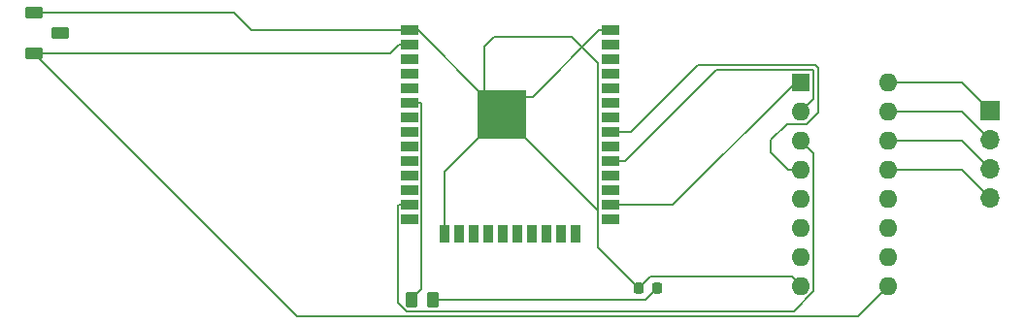
<source format=gbr>
%TF.GenerationSoftware,KiCad,Pcbnew,8.0.8*%
%TF.CreationDate,2025-02-10T17:27:11-08:00*%
%TF.ProjectId,display_pcb,64697370-6c61-4795-9f70-63622e6b6963,rev?*%
%TF.SameCoordinates,Original*%
%TF.FileFunction,Copper,L1,Top*%
%TF.FilePolarity,Positive*%
%FSLAX46Y46*%
G04 Gerber Fmt 4.6, Leading zero omitted, Abs format (unit mm)*
G04 Created by KiCad (PCBNEW 8.0.8) date 2025-02-10 17:27:11*
%MOMM*%
%LPD*%
G01*
G04 APERTURE LIST*
G04 Aperture macros list*
%AMRoundRect*
0 Rectangle with rounded corners*
0 $1 Rounding radius*
0 $2 $3 $4 $5 $6 $7 $8 $9 X,Y pos of 4 corners*
0 Add a 4 corners polygon primitive as box body*
4,1,4,$2,$3,$4,$5,$6,$7,$8,$9,$2,$3,0*
0 Add four circle primitives for the rounded corners*
1,1,$1+$1,$2,$3*
1,1,$1+$1,$4,$5*
1,1,$1+$1,$6,$7*
1,1,$1+$1,$8,$9*
0 Add four rect primitives between the rounded corners*
20,1,$1+$1,$2,$3,$4,$5,0*
20,1,$1+$1,$4,$5,$6,$7,0*
20,1,$1+$1,$6,$7,$8,$9,0*
20,1,$1+$1,$8,$9,$2,$3,0*%
G04 Aperture macros list end*
%TA.AperFunction,ComponentPad*%
%ADD10R,1.600000X1.600000*%
%TD*%
%TA.AperFunction,ComponentPad*%
%ADD11O,1.600000X1.600000*%
%TD*%
%TA.AperFunction,ComponentPad*%
%ADD12O,1.700000X1.700000*%
%TD*%
%TA.AperFunction,ComponentPad*%
%ADD13R,1.700000X1.700000*%
%TD*%
%TA.AperFunction,SMDPad,CuDef*%
%ADD14RoundRect,0.250000X-0.550000X0.250000X-0.550000X-0.250000X0.550000X-0.250000X0.550000X0.250000X0*%
%TD*%
%TA.AperFunction,SMDPad,CuDef*%
%ADD15RoundRect,0.250000X-0.262500X-0.450000X0.262500X-0.450000X0.262500X0.450000X-0.262500X0.450000X0*%
%TD*%
%TA.AperFunction,SMDPad,CuDef*%
%ADD16RoundRect,0.218750X-0.218750X-0.256250X0.218750X-0.256250X0.218750X0.256250X-0.218750X0.256250X0*%
%TD*%
%TA.AperFunction,SMDPad,CuDef*%
%ADD17R,1.500000X0.900000*%
%TD*%
%TA.AperFunction,SMDPad,CuDef*%
%ADD18R,0.900000X1.500000*%
%TD*%
%TA.AperFunction,SMDPad,CuDef*%
%ADD19R,1.050000X1.050000*%
%TD*%
%TA.AperFunction,HeatsinkPad*%
%ADD20C,0.600000*%
%TD*%
%TA.AperFunction,HeatsinkPad*%
%ADD21R,4.200000X4.200000*%
%TD*%
%TA.AperFunction,Conductor*%
%ADD22C,0.200000*%
%TD*%
G04 APERTURE END LIST*
D10*
%TO.P,U2,1,I1*%
%TO.N,Net-(U1-IO4)*%
X151587500Y-123500000D03*
D11*
%TO.P,U2,2,I2*%
%TO.N,Net-(U1-IO5)*%
X151587500Y-126040000D03*
%TO.P,U2,3,I3*%
%TO.N,Net-(U1-IO14)*%
X151587500Y-128580000D03*
%TO.P,U2,4,I4*%
%TO.N,Net-(U1-IO19)*%
X151587500Y-131120000D03*
%TO.P,U2,5,I5*%
%TO.N,unconnected-(U2-I5-Pad5)*%
X151587500Y-133660000D03*
%TO.P,U2,6,I6*%
%TO.N,unconnected-(U2-I6-Pad6)*%
X151587500Y-136200000D03*
%TO.P,U2,7,I7*%
%TO.N,unconnected-(U2-I7-Pad7)*%
X151587500Y-138740000D03*
%TO.P,U2,8,GND*%
%TO.N,Net-(D1-K)*%
X151587500Y-141280000D03*
%TO.P,U2,9,COM*%
%TO.N,Net-(SW1-A)*%
X159207500Y-141280000D03*
%TO.P,U2,10,O7*%
%TO.N,unconnected-(U2-O7-Pad10)*%
X159207500Y-138740000D03*
%TO.P,U2,11,O6*%
%TO.N,unconnected-(U2-O6-Pad11)*%
X159207500Y-136200000D03*
%TO.P,U2,12,O5*%
%TO.N,unconnected-(U2-O5-Pad12)*%
X159207500Y-133660000D03*
%TO.P,U2,13,O4*%
%TO.N,Net-(U2-O4)*%
X159207500Y-131120000D03*
%TO.P,U2,14,O3*%
%TO.N,Net-(U2-O3)*%
X159207500Y-128580000D03*
%TO.P,U2,15,O2*%
%TO.N,Net-(M1--)*%
X159207500Y-126040000D03*
%TO.P,U2,16,O1*%
%TO.N,Net-(U2-O1)*%
X159207500Y-123500000D03*
%TD*%
D12*
%TO.P,M1,4*%
%TO.N,Net-(U2-O4)*%
X168087500Y-133620000D03*
%TO.P,M1,3*%
%TO.N,Net-(U2-O3)*%
X168087500Y-131080000D03*
%TO.P,M1,2,-*%
%TO.N,Net-(M1--)*%
X168087500Y-128540000D03*
D13*
%TO.P,M1,1*%
%TO.N,Net-(U2-O1)*%
X168087500Y-126000000D03*
%TD*%
D14*
%TO.P,SW1,3,A*%
%TO.N,Net-(SW1-A)*%
X84630000Y-120950000D03*
%TO.P,SW1,2,B*%
%TO.N,+5V*%
X86930000Y-119200000D03*
%TO.P,SW1,1,C*%
%TO.N,Net-(D1-K)*%
X84630000Y-117450000D03*
%TD*%
D15*
%TO.P,R1,1*%
%TO.N,Net-(U1-IO34)*%
X117605000Y-142450000D03*
%TO.P,R1,2*%
%TO.N,Net-(D1-A)*%
X119430000Y-142450000D03*
%TD*%
D16*
%TO.P,D1,1,K*%
%TO.N,Net-(D1-K)*%
X137430000Y-141450000D03*
%TO.P,D1,2,A*%
%TO.N,Net-(D1-A)*%
X139005000Y-141450000D03*
%TD*%
D17*
%TO.P,U1,1,GND*%
%TO.N,Net-(D1-K)*%
X117430000Y-118950000D03*
%TO.P,U1,2,VDD*%
%TO.N,Net-(SW1-A)*%
X117430000Y-120220000D03*
%TO.P,U1,3,EN*%
%TO.N,unconnected-(U1-EN-Pad3)*%
X117430000Y-121490000D03*
%TO.P,U1,4,SENSOR_VP*%
%TO.N,unconnected-(U1-SENSOR_VP-Pad4)*%
X117430000Y-122760000D03*
%TO.P,U1,5,SENSOR_VN*%
%TO.N,unconnected-(U1-SENSOR_VN-Pad5)*%
X117430000Y-124030000D03*
%TO.P,U1,6,IO34*%
%TO.N,Net-(U1-IO34)*%
X117430000Y-125300000D03*
%TO.P,U1,7,IO35*%
%TO.N,unconnected-(U1-IO35-Pad7)*%
X117430000Y-126570000D03*
%TO.P,U1,8,IO32*%
%TO.N,unconnected-(U1-IO32-Pad8)*%
X117430000Y-127840000D03*
%TO.P,U1,9,IO33*%
%TO.N,unconnected-(U1-IO33-Pad9)*%
X117430000Y-129110000D03*
%TO.P,U1,10,IO25*%
%TO.N,unconnected-(U1-IO25-Pad10)*%
X117430000Y-130380000D03*
%TO.P,U1,11,IO26*%
%TO.N,unconnected-(U1-IO26-Pad11)*%
X117430000Y-131650000D03*
%TO.P,U1,12,IO27*%
%TO.N,unconnected-(U1-IO27-Pad12)*%
X117430000Y-132920000D03*
%TO.P,U1,13,IO14*%
%TO.N,Net-(U1-IO14)*%
X117430000Y-134190000D03*
%TO.P,U1,14,IO12*%
%TO.N,unconnected-(U1-IO12-Pad14)*%
X117430000Y-135460000D03*
D18*
%TO.P,U1,15,GND*%
%TO.N,Net-(D1-K)*%
X120470000Y-136710000D03*
%TO.P,U1,16,IO13*%
%TO.N,unconnected-(U1-IO13-Pad16)*%
X121740000Y-136710000D03*
%TO.P,U1,17,SHD/SD2*%
%TO.N,unconnected-(U1-SHD{slash}SD2-Pad17)*%
X123010000Y-136710000D03*
%TO.P,U1,18,SWP/SD3*%
%TO.N,unconnected-(U1-SWP{slash}SD3-Pad18)*%
X124280000Y-136710000D03*
%TO.P,U1,19,SCS/CMD*%
%TO.N,unconnected-(U1-SCS{slash}CMD-Pad19)*%
X125550000Y-136710000D03*
%TO.P,U1,20,SCK/CLK*%
%TO.N,unconnected-(U1-SCK{slash}CLK-Pad20)*%
X126820000Y-136710000D03*
%TO.P,U1,21,SDO/SD0*%
%TO.N,unconnected-(U1-SDO{slash}SD0-Pad21)*%
X128090000Y-136710000D03*
%TO.P,U1,22,SDI/SD1*%
%TO.N,unconnected-(U1-SDI{slash}SD1-Pad22)*%
X129360000Y-136710000D03*
%TO.P,U1,23,IO15*%
%TO.N,unconnected-(U1-IO15-Pad23)*%
X130630000Y-136710000D03*
%TO.P,U1,24,IO2*%
%TO.N,unconnected-(U1-IO2-Pad24)*%
X131900000Y-136710000D03*
D17*
%TO.P,U1,25,IO0*%
%TO.N,unconnected-(U1-IO0-Pad25)*%
X134930000Y-135460000D03*
%TO.P,U1,26,IO4*%
%TO.N,Net-(U1-IO4)*%
X134930000Y-134190000D03*
%TO.P,U1,27,IO16*%
%TO.N,unconnected-(U1-IO16-Pad27)*%
X134930000Y-132920000D03*
%TO.P,U1,28,IO17*%
%TO.N,unconnected-(U1-IO17-Pad28)*%
X134930000Y-131650000D03*
%TO.P,U1,29,IO5*%
%TO.N,Net-(U1-IO5)*%
X134930000Y-130380000D03*
%TO.P,U1,30,IO18*%
%TO.N,unconnected-(U1-IO18-Pad30)*%
X134930000Y-129110000D03*
%TO.P,U1,31,IO19*%
%TO.N,Net-(U1-IO19)*%
X134930000Y-127840000D03*
%TO.P,U1,32,NC*%
%TO.N,unconnected-(U1-NC-Pad32)*%
X134930000Y-126570000D03*
%TO.P,U1,33,IO21*%
%TO.N,unconnected-(U1-IO21-Pad33)*%
X134930000Y-125300000D03*
%TO.P,U1,34,RXD0/IO3*%
%TO.N,unconnected-(U1-RXD0{slash}IO3-Pad34)*%
X134930000Y-124030000D03*
%TO.P,U1,35,TXD0/IO1*%
%TO.N,unconnected-(U1-TXD0{slash}IO1-Pad35)*%
X134930000Y-122760000D03*
%TO.P,U1,36,IO22*%
%TO.N,unconnected-(U1-IO22-Pad36)*%
X134930000Y-121490000D03*
%TO.P,U1,37,IO23*%
%TO.N,unconnected-(U1-IO23-Pad37)*%
X134930000Y-120220000D03*
%TO.P,U1,38,GND*%
%TO.N,Net-(D1-K)*%
X134930000Y-118950000D03*
D19*
%TO.P,U1,39,GND*%
X123975000Y-124765000D03*
D20*
X123975000Y-125527500D03*
D19*
X123975000Y-126290000D03*
D20*
X123975000Y-127052500D03*
D19*
X123975000Y-127815000D03*
D20*
X124737500Y-124765000D03*
X124737500Y-126290000D03*
X124737500Y-127815000D03*
D19*
X125500000Y-124765000D03*
D20*
X125500000Y-125527500D03*
D19*
X125500000Y-126290000D03*
D21*
X125500000Y-126290000D03*
D20*
X125500000Y-127052500D03*
D19*
X125500000Y-127815000D03*
D20*
X126262500Y-124765000D03*
X126262500Y-126290000D03*
X126262500Y-127815000D03*
D19*
X127025000Y-124765000D03*
D20*
X127025000Y-125527500D03*
D19*
X127025000Y-126290000D03*
D20*
X127025000Y-127052500D03*
D19*
X127025000Y-127815000D03*
%TD*%
D22*
%TO.N,Net-(D1-K)*%
X123975000Y-127052500D02*
X123975000Y-120355000D01*
X123975000Y-120355000D02*
X124830000Y-119500000D01*
X124830000Y-119500000D02*
X131587500Y-119500000D01*
X131587500Y-119500000D02*
X133880000Y-121792500D01*
X133880000Y-121792500D02*
X133880000Y-136210000D01*
%TO.N,Net-(D1-A)*%
X139005000Y-141450000D02*
X138005000Y-142450000D01*
X138005000Y-142450000D02*
X119430000Y-142450000D01*
%TO.N,Net-(U2-O4)*%
X159207500Y-131120000D02*
X165587500Y-131120000D01*
X165587500Y-131120000D02*
X168087500Y-133620000D01*
%TO.N,Net-(U2-O3)*%
X159207500Y-128580000D02*
X165587500Y-128580000D01*
X165587500Y-128580000D02*
X168087500Y-131080000D01*
%TO.N,Net-(M1--)*%
X159207500Y-126040000D02*
X165587500Y-126040000D01*
X165587500Y-126040000D02*
X168087500Y-128540000D01*
%TO.N,Net-(U2-O1)*%
X159207500Y-123500000D02*
X165587500Y-123500000D01*
X165587500Y-123500000D02*
X168087500Y-126000000D01*
%TO.N,Net-(SW1-A)*%
X159207500Y-141280000D02*
X156587500Y-143900000D01*
X156587500Y-143900000D02*
X107580000Y-143900000D01*
X107580000Y-143900000D02*
X84630000Y-120950000D01*
%TO.N,Net-(D1-K)*%
X151587500Y-141280000D02*
X150787501Y-140480001D01*
X150787501Y-140480001D02*
X138399999Y-140480001D01*
X138399999Y-140480001D02*
X137430000Y-141450000D01*
%TO.N,Net-(U1-IO19)*%
X151587500Y-131120000D02*
X150456130Y-131120000D01*
X150456130Y-131120000D02*
X148967500Y-129631370D01*
X148967500Y-128500000D02*
X150327500Y-127140000D01*
X150327500Y-127140000D02*
X152043135Y-127140000D01*
X148967500Y-129631370D02*
X148967500Y-128500000D01*
X152853185Y-122000000D02*
X142587500Y-122000000D01*
X152043135Y-127140000D02*
X153087500Y-126095635D01*
X153087500Y-126095635D02*
X153087500Y-122234315D01*
X153087500Y-122234315D02*
X152853185Y-122000000D01*
X136747500Y-127840000D02*
X134930000Y-127840000D01*
X142587500Y-122000000D02*
X136747500Y-127840000D01*
%TO.N,Net-(U1-IO14)*%
X151587500Y-128580000D02*
X152687500Y-129680000D01*
X152687500Y-129680000D02*
X152687500Y-141735635D01*
X152687500Y-141735635D02*
X150923135Y-143500000D01*
X150923135Y-143500000D02*
X117157756Y-143500000D01*
X117157756Y-143500000D02*
X116380000Y-142722244D01*
X116380000Y-134290000D02*
X116480000Y-134190000D01*
X116380000Y-142722244D02*
X116380000Y-134290000D01*
X116480000Y-134190000D02*
X117430000Y-134190000D01*
%TO.N,Net-(U1-IO5)*%
X151587500Y-126040000D02*
X152687500Y-124940000D01*
X152687500Y-122400000D02*
X144187500Y-122400000D01*
X152687500Y-124940000D02*
X152687500Y-122400000D01*
X144187500Y-122400000D02*
X136207500Y-130380000D01*
X136207500Y-130380000D02*
X134930000Y-130380000D01*
%TO.N,Net-(U1-IO4)*%
X151587500Y-123500000D02*
X151087500Y-123500000D01*
X151087500Y-123500000D02*
X140397500Y-134190000D01*
X140397500Y-134190000D02*
X134930000Y-134190000D01*
%TO.N,Net-(U1-IO34)*%
X118380000Y-125300000D02*
X117430000Y-125300000D01*
X118480000Y-141575000D02*
X118480000Y-125400000D01*
X118480000Y-125400000D02*
X118380000Y-125300000D01*
X117605000Y-142450000D02*
X118480000Y-141575000D01*
%TO.N,Net-(D1-K)*%
X117430000Y-118950000D02*
X103588578Y-118950000D01*
X128165000Y-124765000D02*
X127025000Y-124765000D01*
X134930000Y-118950000D02*
X133980000Y-118950000D01*
X103588578Y-118950000D02*
X102088578Y-117450000D01*
X125500000Y-126290000D02*
X120470000Y-131320000D01*
X117430000Y-118950000D02*
X118160000Y-118950000D01*
X118160000Y-118950000D02*
X123975000Y-124765000D01*
X137430000Y-141450000D02*
X133880000Y-137900000D01*
X133980000Y-118950000D02*
X128165000Y-124765000D01*
X133880000Y-134670000D02*
X127025000Y-127815000D01*
X102088578Y-117450000D02*
X84630000Y-117450000D01*
X133880000Y-137900000D02*
X133880000Y-134670000D01*
X120470000Y-131320000D02*
X120470000Y-136710000D01*
%TO.N,Net-(SW1-A)*%
X116480000Y-120220000D02*
X115750000Y-120950000D01*
X117430000Y-120220000D02*
X116480000Y-120220000D01*
X115750000Y-120950000D02*
X84630000Y-120950000D01*
%TD*%
M02*

</source>
